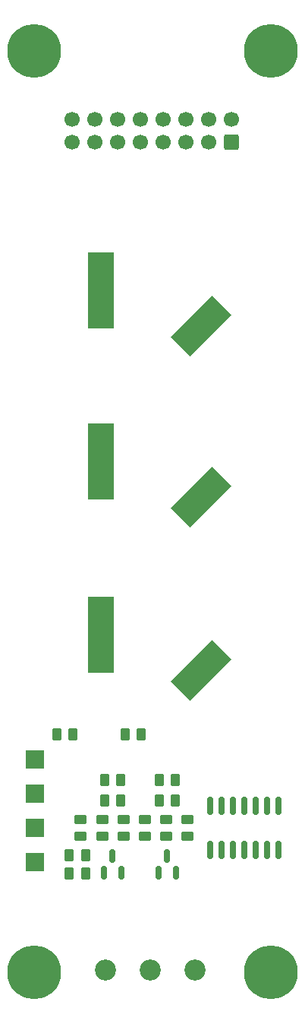
<source format=gbr>
%TF.GenerationSoftware,KiCad,Pcbnew,(6.0.0-0)*%
%TF.CreationDate,2022-11-10T22:51:00-05:00*%
%TF.ProjectId,VCA,5643412e-6b69-4636-9164-5f7063625858,rev?*%
%TF.SameCoordinates,Original*%
%TF.FileFunction,Soldermask,Bot*%
%TF.FilePolarity,Negative*%
%FSLAX46Y46*%
G04 Gerber Fmt 4.6, Leading zero omitted, Abs format (unit mm)*
G04 Created by KiCad (PCBNEW (6.0.0-0)) date 2022-11-10 22:51:00*
%MOMM*%
%LPD*%
G01*
G04 APERTURE LIST*
G04 Aperture macros list*
%AMRoundRect*
0 Rectangle with rounded corners*
0 $1 Rounding radius*
0 $2 $3 $4 $5 $6 $7 $8 $9 X,Y pos of 4 corners*
0 Add a 4 corners polygon primitive as box body*
4,1,4,$2,$3,$4,$5,$6,$7,$8,$9,$2,$3,0*
0 Add four circle primitives for the rounded corners*
1,1,$1+$1,$2,$3*
1,1,$1+$1,$4,$5*
1,1,$1+$1,$6,$7*
1,1,$1+$1,$8,$9*
0 Add four rect primitives between the rounded corners*
20,1,$1+$1,$2,$3,$4,$5,0*
20,1,$1+$1,$4,$5,$6,$7,0*
20,1,$1+$1,$6,$7,$8,$9,0*
20,1,$1+$1,$8,$9,$2,$3,0*%
%AMRotRect*
0 Rectangle, with rotation*
0 The origin of the aperture is its center*
0 $1 length*
0 $2 width*
0 $3 Rotation angle, in degrees counterclockwise*
0 Add horizontal line*
21,1,$1,$2,0,0,$3*%
G04 Aperture macros list end*
%ADD10C,2.340000*%
%ADD11C,0.800000*%
%ADD12C,6.000000*%
%ADD13R,3.000000X8.500000*%
%ADD14RotRect,3.000000X6.500000X315.000000*%
%ADD15RoundRect,0.250000X-0.262500X-0.450000X0.262500X-0.450000X0.262500X0.450000X-0.262500X0.450000X0*%
%ADD16RoundRect,0.250000X0.450000X-0.262500X0.450000X0.262500X-0.450000X0.262500X-0.450000X-0.262500X0*%
%ADD17RoundRect,0.250000X-0.450000X0.262500X-0.450000X-0.262500X0.450000X-0.262500X0.450000X0.262500X0*%
%ADD18R,2.000000X2.000000*%
%ADD19RoundRect,0.250000X0.600000X-0.600000X0.600000X0.600000X-0.600000X0.600000X-0.600000X-0.600000X0*%
%ADD20C,1.700000*%
%ADD21RoundRect,0.150000X0.150000X-0.587500X0.150000X0.587500X-0.150000X0.587500X-0.150000X-0.587500X0*%
%ADD22RoundRect,0.250000X0.262500X0.450000X-0.262500X0.450000X-0.262500X-0.450000X0.262500X-0.450000X0*%
%ADD23RoundRect,0.150000X0.150000X-0.825000X0.150000X0.825000X-0.150000X0.825000X-0.150000X-0.825000X0*%
G04 APERTURE END LIST*
D10*
%TO.C,RV1*%
X127174000Y-143256000D03*
X122174000Y-143256000D03*
X117174000Y-143256000D03*
%TD*%
D11*
%TO.C,REF\u002A\u002A*%
X135636000Y-38644000D03*
X133386000Y-40894000D03*
X134045010Y-42484990D03*
X137226990Y-42484990D03*
X134045010Y-39303010D03*
X137226990Y-39303010D03*
X135636000Y-43144000D03*
X137886000Y-40894000D03*
D12*
X135636000Y-40894000D03*
%TD*%
D11*
%TO.C,REF\u002A\u002A*%
X135636000Y-145760000D03*
X137226990Y-145100990D03*
X137886000Y-143510000D03*
X134045010Y-141919010D03*
X137226990Y-141919010D03*
X133386000Y-143510000D03*
X134045010Y-145100990D03*
X135636000Y-141260000D03*
D12*
X135636000Y-143510000D03*
%TD*%
D11*
%TO.C,REF\u002A\u002A*%
X106970000Y-143510000D03*
X109220000Y-145760000D03*
D12*
X109220000Y-143510000D03*
D11*
X109220000Y-141260000D03*
X110810990Y-141919010D03*
X107629010Y-145100990D03*
X107629010Y-141919010D03*
X110810990Y-145100990D03*
X111470000Y-143510000D03*
%TD*%
D13*
%TO.C,J4*%
X116676000Y-105889000D03*
D14*
X127886000Y-109871000D03*
%TD*%
D11*
%TO.C,REF\u002A\u002A*%
X106970000Y-40894000D03*
X109220000Y-43144000D03*
D12*
X109220000Y-40894000D03*
D11*
X111470000Y-40894000D03*
X107629010Y-39303010D03*
X110810990Y-42484990D03*
X110810990Y-39303010D03*
X107629010Y-42484990D03*
X109220000Y-38644000D03*
%TD*%
D13*
%TO.C,J3*%
X116676000Y-67535000D03*
D14*
X127886000Y-71517000D03*
%TD*%
D13*
%TO.C,J2*%
X116676000Y-86585000D03*
D14*
X127886000Y-90567000D03*
%TD*%
D15*
%TO.C,R1*%
X119344072Y-116973000D03*
X121169072Y-116973000D03*
%TD*%
D16*
%TO.C,R10*%
X114414572Y-128299500D03*
X114414572Y-126474500D03*
%TD*%
D17*
%TO.C,R7*%
X119189772Y-126474500D03*
X119189772Y-128299500D03*
%TD*%
D18*
%TO.C,TP2*%
X109334572Y-131197000D03*
%TD*%
D19*
%TO.C,J1*%
X131191000Y-51044500D03*
D20*
X131191000Y-48504500D03*
X128651000Y-51044500D03*
X128651000Y-48504500D03*
X126111000Y-51044500D03*
X126111000Y-48504500D03*
X123571000Y-51044500D03*
X123571000Y-48504500D03*
X121031000Y-51044500D03*
X121031000Y-48504500D03*
X118491000Y-51044500D03*
X118491000Y-48504500D03*
X115951000Y-51044500D03*
X115951000Y-48504500D03*
X113411000Y-51044500D03*
X113411000Y-48504500D03*
%TD*%
D21*
%TO.C,Q2*%
X118920572Y-132388500D03*
X117020572Y-132388500D03*
X117970572Y-130513500D03*
%TD*%
D18*
%TO.C,TP3*%
X109334572Y-123577000D03*
%TD*%
D17*
%TO.C,R6*%
X121577372Y-126474500D03*
X121577372Y-128299500D03*
%TD*%
D22*
%TO.C,R14*%
X114969572Y-130435000D03*
X113144572Y-130435000D03*
%TD*%
D15*
%TO.C,R11*%
X117058072Y-122053000D03*
X118883072Y-122053000D03*
%TD*%
D16*
%TO.C,R9*%
X116802172Y-128299500D03*
X116802172Y-126474500D03*
%TD*%
%TO.C,R3*%
X126352572Y-128299500D03*
X126352572Y-126474500D03*
%TD*%
D17*
%TO.C,R5*%
X123964972Y-126474500D03*
X123964972Y-128299500D03*
%TD*%
D15*
%TO.C,R8*%
X117058072Y-124339000D03*
X118883072Y-124339000D03*
%TD*%
D22*
%TO.C,R4*%
X124979072Y-124339000D03*
X123154072Y-124339000D03*
%TD*%
D21*
%TO.C,Q1*%
X125016572Y-132388500D03*
X123116572Y-132388500D03*
X124066572Y-130513500D03*
%TD*%
D23*
%TO.C,U1*%
X136512572Y-129862000D03*
X135242572Y-129862000D03*
X133972572Y-129862000D03*
X132702572Y-129862000D03*
X131432572Y-129862000D03*
X130162572Y-129862000D03*
X128892572Y-129862000D03*
X128892572Y-124912000D03*
X130162572Y-124912000D03*
X131432572Y-124912000D03*
X132702572Y-124912000D03*
X133972572Y-124912000D03*
X135242572Y-124912000D03*
X136512572Y-124912000D03*
%TD*%
D15*
%TO.C,R13*%
X113144572Y-132467000D03*
X114969572Y-132467000D03*
%TD*%
%TO.C,R2*%
X123154072Y-122053000D03*
X124979072Y-122053000D03*
%TD*%
D18*
%TO.C,TP4*%
X109334572Y-127387000D03*
%TD*%
D15*
%TO.C,R12*%
X111724072Y-116973000D03*
X113549072Y-116973000D03*
%TD*%
D18*
%TO.C,TP1*%
X109334572Y-119767000D03*
%TD*%
M02*

</source>
